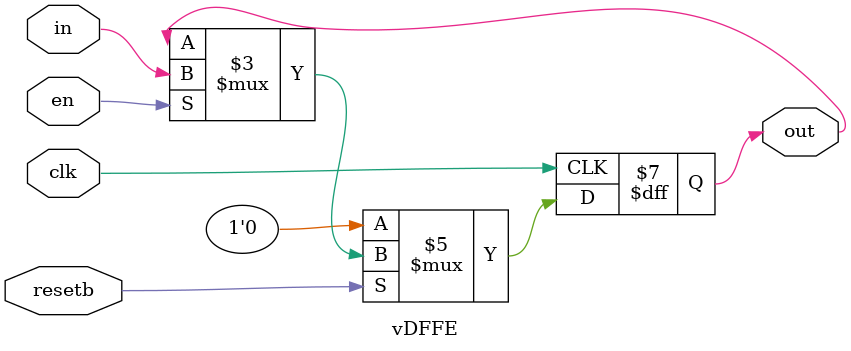
<source format=sv>
module datapath(input logic slow_clock, input logic fast_clock, input logic resetb,
                input logic load_pcard1, input logic load_pcard2, input logic load_pcard3,
                input logic load_dcard1, input logic load_dcard2, input logic load_dcard3,
                output logic [3:0] pcard3_out,
                output logic [3:0] pscore_out, output logic [3:0] dscore_out,
                output logic [6:0] HEX5, output logic [6:0] HEX4, output logic [6:0] HEX3,
                output logic [6:0] HEX2, output logic [6:0] HEX1, output logic [6:0] HEX0);

// The code describing your datapath will go here.  Your datapath 
// will hierarchically instantiate six card7seg blocks, two scorehand
// blocks, and a dealcard block.  The registers may either be instatiated
// or included as sequential always blocks directly in this file.
//
// Follow the block diagram in the Lab 1 handout closely as you write this code.
    logic [3:0] pcard1;
    logic [3:0] pcard2;
    logic [3:0] pcard3;
    logic [3:0] dcard1;
    logic [3:0] dcard2;
    logic [3:0] dcard3;
    logic [3:0] dealcard;
    logic [3:0] pscore;
    logic [3:0] dscore;

    dealcard dc(fast_clock, resetb, dealcard);

    vDFFE #(4) p1(slow_clock, load_pcard1, resetb, dealcard, pcard1);
    vDFFE #(4) p2(slow_clock, load_pcard2, resetb, dealcard, pcard2);
    vDFFE #(4) p3(slow_clock, load_pcard3, resetb, dealcard, pcard3);
    vDFFE #(4) d1(slow_clock, load_dcard1, resetb, dealcard, dcard1);
    vDFFE #(4) d2(slow_clock, load_dcard2, resetb, dealcard, dcard2);
    vDFFE #(4) d3(slow_clock, load_dcard3, resetb, dealcard, dcard3);

    card7seg c1(.card(pcard1), .seg7(HEX0));
    card7seg c2(.card(pcard2), .seg7(HEX1));
    card7seg c3(.card(pcard3), .seg7(HEX2));
    card7seg c4(.card(dcard1), .seg7(HEX3));
    card7seg c5(.card(dcard2), .seg7(HEX4));
    card7seg c6(.card(dcard3), .seg7(HEX5));

    scorehand shp(.card1(pcard1), .card2(pcard2), .card3(pcard3), .total(pscore));
    scorehand shd(.card1(dcard1), .card2(dcard2), .card3(dcard3), .total(dscore));

    always_comb begin 
        pcard3_out = pcard3;
        pscore_out = pscore;
        dscore_out = dscore;
    end

endmodule

module vDFFE (clk, en, resetb, in, out);
	parameter n = 1;
	input clk, en, resetb;
	input [n-1:0] in;
	output logic [n-1:0] out;
	
	always_ff @ (posedge clk) begin 
        if(!resetb)
            out <= {4{1'b0}};
        else
            out <= en ? in : out;
    end
endmodule
</source>
